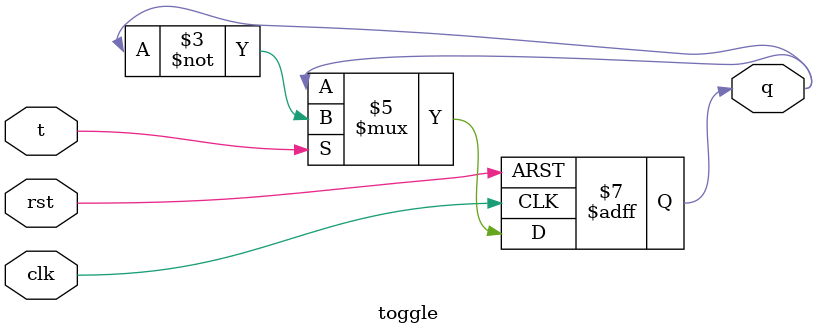
<source format=v>

`timescale 1ns / 1ps

module toggle ( input clk, input rst, input t, output reg q);
  
  always @ (posedge clk or negedge rst) 
  begin  
  
        if (!rst)  
          q <= 0;  
        else   
            if (t)  
                q <= ~q;  
            else  
                q <= q;  
      end  
endmodule

</source>
